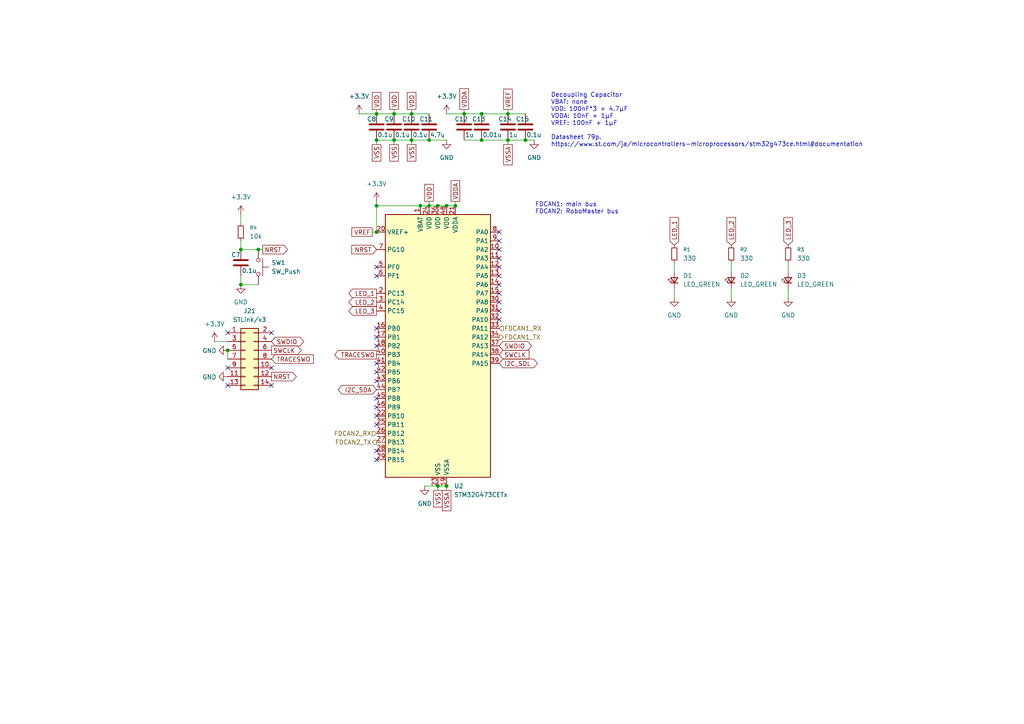
<source format=kicad_sch>
(kicad_sch (version 20250114) (generator "eeschema") (generator_version "9.0")
  (paper "A4")
  (lib_symbols
    (symbol "Connector_Generic:Conn_02x07_Odd_Even" (pin_names (offset 1.016) (hide yes))
      (property "Reference" "J" (at 1.27 10.16 0))
      (property "Value" "Conn_02x07_Odd_Even" (at 1.27 -10.16 0))
      (symbol "Conn_02x07_Odd_Even_1_1"
        (rectangle (start -1.27 8.89) (end 3.81 -8.89) (stroke (width 0.254)) (fill (type background)))
        (rectangle (start -1.27 7.747) (end 0 7.493) (stroke (width 0.1524)))
        (rectangle (start -1.27 5.207) (end 0 4.953) (stroke (width 0.1524)))
        (rectangle (start -1.27 2.667) (end 0 2.413) (stroke (width 0.1524)))
        (rectangle (start -1.27 0.127) (end 0 -0.127) (stroke (width 0.1524)))
        (rectangle (start -1.27 -2.413) (end 0 -2.667) (stroke (width 0.1524)))
        (rectangle (start -1.27 -4.953) (end 0 -5.207) (stroke (width 0.1524)))
        (rectangle (start -1.27 -7.493) (end 0 -7.747) (stroke (width 0.1524)))
        (rectangle (start 3.81 7.747) (end 2.54 7.493) (stroke (width 0.1524)))
        (rectangle (start 3.81 5.207) (end 2.54 4.953) (stroke (width 0.1524)))
        (rectangle (start 3.81 2.667) (end 2.54 2.413) (stroke (width 0.1524)))
        (rectangle (start 3.81 0.127) (end 2.54 -0.127) (stroke (width 0.1524)))
        (rectangle (start 3.81 -2.413) (end 2.54 -2.667) (stroke (width 0.1524)))
        (rectangle (start 3.81 -4.953) (end 2.54 -5.207) (stroke (width 0.1524)))
        (rectangle (start 3.81 -7.493) (end 2.54 -7.747) (stroke (width 0.1524)))
        (pin passive line (at -5.08 7.62 0) (length 3.81) (name "Pin_1") (number "1"))
        (pin passive line (at -5.08 5.08 0) (length 3.81) (name "Pin_3") (number "3"))
        (pin passive line (at -5.08 2.54 0) (length 3.81) (name "Pin_5") (number "5"))
        (pin passive line (at -5.08 0 0) (length 3.81) (name "Pin_7") (number "7"))
        (pin passive line (at -5.08 -2.54 0) (length 3.81) (name "Pin_9") (number "9"))
        (pin passive line (at -5.08 -5.08 0) (length 3.81) (name "Pin_11") (number "11"))
        (pin passive line (at -5.08 -7.62 0) (length 3.81) (name "Pin_13") (number "13"))
        (pin passive line (at 7.62 7.62 180) (length 3.81) (name "Pin_2") (number "2"))
        (pin passive line (at 7.62 5.08 180) (length 3.81) (name "Pin_4") (number "4"))
        (pin passive line (at 7.62 2.54 180) (length 3.81) (name "Pin_6") (number "6"))
        (pin passive line (at 7.62 0 180) (length 3.81) (name "Pin_8") (number "8"))
        (pin passive line (at 7.62 -2.54 180) (length 3.81) (name "Pin_10") (number "10"))
        (pin passive line (at 7.62 -5.08 180) (length 3.81) (name "Pin_12") (number "12"))
        (pin passive line (at 7.62 -7.62 180) (length 3.81) (name "Pin_14") (number "14"))
      )
    )
    (symbol "Device:C" (pin_numbers (hide yes)) (pin_names (offset 0.254))
      (property "Reference" "C" (at 0.635 2.54 0))
      (property "Value" "C" (at 0.635 -2.54 0))
      (symbol "C_0_1"
        (polyline (pts (xy -2.032 0.762) (xy 2.032 0.762)) (stroke (width 0.508)))
        (polyline (pts (xy -2.032 -0.762) (xy 2.032 -0.762)) (stroke (width 0.508)))
      )
      (symbol "C_1_1"
        (pin passive line (at 0 3.81 270) (length 2.794) (name "~") (number "1"))
        (pin passive line (at 0 -3.81 90) (length 2.794) (name "~") (number "2"))
      )
    )
    (symbol "Device:LED_Small" (pin_numbers (hide yes)) (pin_names (offset 0.254) (hide yes))
      (property "Reference" "D" (at -1.27 3.175 0))
      (property "Value" "LED_Small" (at -4.445 -2.54 0))
      (symbol "LED_Small_0_1"
        (polyline (pts (xy -0.762 -1.016) (xy -0.762 1.016)) (stroke (width 0.254)))
        (polyline (pts (xy 0 0.762) (xy -0.508 1.27) (xy -0.254 1.27) (xy -0.508 1.27) (xy -0.508 1.016)))
        (polyline (pts (xy 0.508 1.27) (xy 0 1.778) (xy 0.254 1.778) (xy 0 1.778) (xy 0 1.524)))
        (polyline (pts (xy 0.762 -1.016) (xy -0.762 0) (xy 0.762 1.016) (xy 0.762 -1.016)) (stroke (width 0.254)))
        (polyline (pts (xy 1.016 0) (xy -0.762 0)))
      )
      (symbol "LED_Small_1_1"
        (pin passive line (at -2.54 0 0) (length 1.778) (name "K") (number "1"))
        (pin passive line (at 2.54 0 180) (length 1.778) (name "A") (number "2"))
      )
    )
    (symbol "Device:R_Small" (pin_numbers (hide yes)) (pin_names (offset 0.254) (hide yes))
      (property "Reference" "R" (at 0 0 90))
      (property "Value" "R_Small" (at 1.778 0 90))
      (symbol "R_Small_0_1"
        (rectangle (start -0.762 1.778) (end 0.762 -1.778) (stroke (width 0.2032)))
      )
      (symbol "R_Small_1_1"
        (pin passive line (at 0 2.54 270) (length 0.762) (name "~") (number "1"))
        (pin passive line (at 0 -2.54 90) (length 0.762) (name "~") (number "2"))
      )
    )
    (symbol "MCU_ST_STM32G4:STM32G473CETx"
      (property "Reference" "U" (at -15.24 39.37 0))
      (property "Value" "STM32G473CETx" (at 7.62 39.37 0))
      (symbol "STM32G473CETx_0_1"
        (rectangle (start -15.24 -38.1) (end 15.24 38.1) (stroke (width 0.254)) (fill (type background)))
      )
      (symbol "STM32G473CETx_1_1"
        (pin input line (at -17.78 33.02 0) (length 2.54) (name "VREF+") (number "20"))
        (pin bidirectional line (at -17.78 27.94 0) (length 2.54) (name "PG10") (number "7"))
        (pin bidirectional line (at -17.78 22.86 0) (length 2.54) (name "PF0") (number "5"))
        (pin bidirectional line (at -17.78 20.32 0) (length 2.54) (name "PF1") (number "6"))
        (pin bidirectional line (at -17.78 15.24 0) (length 2.54) (name "PC13") (number "2"))
        (pin bidirectional line (at -17.78 12.7 0) (length 2.54) (name "PC14") (number "3"))
        (pin bidirectional line (at -17.78 10.16 0) (length 2.54) (name "PC15") (number "4"))
        (pin bidirectional line (at -17.78 5.08 0) (length 2.54) (name "PB0") (number "16"))
        (pin bidirectional line (at -17.78 2.54 0) (length 2.54) (name "PB1") (number "17"))
        (pin bidirectional line (at -17.78 0 0) (length 2.54) (name "PB2") (number "18"))
        (pin bidirectional line (at -17.78 -2.54 0) (length 2.54) (name "PB3") (number "40"))
        (pin bidirectional line (at -17.78 -5.08 0) (length 2.54) (name "PB4") (number "41"))
        (pin bidirectional line (at -17.78 -7.62 0) (length 2.54) (name "PB5") (number "42"))
        (pin bidirectional line (at -17.78 -10.16 0) (length 2.54) (name "PB6") (number "43"))
        (pin bidirectional line (at -17.78 -12.7 0) (length 2.54) (name "PB7") (number "44"))
        (pin bidirectional line (at -17.78 -15.24 0) (length 2.54) (name "PB8") (number "45"))
        (pin bidirectional line (at -17.78 -17.78 0) (length 2.54) (name "PB9") (number "46"))
        (pin bidirectional line (at -17.78 -20.32 0) (length 2.54) (name "PB10") (number "22"))
        (pin bidirectional line (at -17.78 -22.86 0) (length 2.54) (name "PB11") (number "25"))
        (pin bidirectional line (at -17.78 -25.4 0) (length 2.54) (name "PB12") (number "26"))
        (pin bidirectional line (at -17.78 -27.94 0) (length 2.54) (name "PB13") (number "27"))
        (pin bidirectional line (at -17.78 -30.48 0) (length 2.54) (name "PB14") (number "28"))
        (pin bidirectional line (at -17.78 -33.02 0) (length 2.54) (name "PB15") (number "29"))
        (pin power_in line (at -5.08 40.64 270) (length 2.54) (name "VBAT") (number "1"))
        (pin power_in line (at -2.54 40.64 270) (length 2.54) (name "VDD") (number "24"))
        (pin power_in line (at 0 40.64 270) (length 2.54) (name "VDD") (number "36"))
        (pin power_in line (at 0 -40.64 90) (length 2.54) (name "VSS") (number "23"))
        (pin passive line (at 0 -40.64 90) (length 2.54) (hide yes) (name "VSS") (number "35"))
        (pin passive line (at 0 -40.64 90) (length 2.54) (hide yes) (name "VSS") (number "47"))
        (pin power_in line (at 2.54 40.64 270) (length 2.54) (name "VDD") (number "48"))
        (pin power_in line (at 2.54 -40.64 90) (length 2.54) (name "VSSA") (number "19"))
        (pin power_in line (at 5.08 40.64 270) (length 2.54) (name "VDDA") (number "21"))
        (pin bidirectional line (at 17.78 33.02 180) (length 2.54) (name "PA0") (number "8"))
        (pin bidirectional line (at 17.78 30.48 180) (length 2.54) (name "PA1") (number "9"))
        (pin bidirectional line (at 17.78 27.94 180) (length 2.54) (name "PA2") (number "10"))
        (pin bidirectional line (at 17.78 25.4 180) (length 2.54) (name "PA3") (number "11"))
        (pin bidirectional line (at 17.78 22.86 180) (length 2.54) (name "PA4") (number "12"))
        (pin bidirectional line (at 17.78 20.32 180) (length 2.54) (name "PA5") (number "13"))
        (pin bidirectional line (at 17.78 17.78 180) (length 2.54) (name "PA6") (number "14"))
        (pin bidirectional line (at 17.78 15.24 180) (length 2.54) (name "PA7") (number "15"))
        (pin bidirectional line (at 17.78 12.7 180) (length 2.54) (name "PA8") (number "30"))
        (pin bidirectional line (at 17.78 10.16 180) (length 2.54) (name "PA9") (number "31"))
        (pin bidirectional line (at 17.78 7.62 180) (length 2.54) (name "PA10") (number "32"))
        (pin bidirectional line (at 17.78 5.08 180) (length 2.54) (name "PA11") (number "33"))
        (pin bidirectional line (at 17.78 2.54 180) (length 2.54) (name "PA12") (number "34"))
        (pin bidirectional line (at 17.78 0 180) (length 2.54) (name "PA13") (number "37"))
        (pin bidirectional line (at 17.78 -2.54 180) (length 2.54) (name "PA14") (number "38"))
        (pin bidirectional line (at 17.78 -5.08 180) (length 2.54) (name "PA15") (number "39"))
      )
    )
    (symbol "Switch:SW_Push" (pin_numbers (hide yes)) (pin_names (offset 1.016) (hide yes))
      (property "Reference" "SW" (at 1.27 2.54 0))
      (property "Value" "SW_Push" (at 0 -1.524 0))
      (symbol "SW_Push_0_1"
        (circle (center -2.032 0) (radius 0.508))
        (polyline (pts (xy 0 1.27) (xy 0 3.048)))
        (circle (center 2.032 0) (radius 0.508))
        (polyline (pts (xy 2.54 1.27) (xy -2.54 1.27)))
        (pin passive line (at -5.08 0 0) (length 2.54) (name "1") (number "1"))
        (pin passive line (at 5.08 0 180) (length 2.54) (name "2") (number "2"))
      )
    )
    (symbol "power:+3.3V" (power) (pin_numbers (hide yes)) (pin_names (offset 0) (hide yes))
      (property "Value" "+3.3V" (at 0 3.556 0))
      (symbol "+3.3V_0_1"
        (polyline (pts (xy -0.762 1.27) (xy 0 2.54)))
        (polyline (pts (xy 0 2.54) (xy 0.762 1.27)))
        (polyline (pts (xy 0 0) (xy 0 2.54)))
      )
      (symbol "+3.3V_1_1"
        (pin power_in line (at 0 0 90) (length 0) (name "~") (number "1"))
      )
    )
    (symbol "power:GND" (power) (pin_numbers (hide yes)) (pin_names (offset 0) (hide yes))
      (property "Value" "GND" (at 0 -3.81 0))
      (symbol "GND_0_1"
        (polyline (pts (xy 0 0) (xy 0 -1.27) (xy 1.27 -1.27) (xy 0 -2.54) (xy -1.27 -1.27) (xy 0 -1.27)))
      )
      (symbol "GND_1_1"
        (pin power_in line (at 0 0 270) (length 0) (name "~") (number "1"))
      )
    )
  )
  (text "FDCAN1: main bus\nFDCAN2: RoboMaster bus" (at 155.194 58.674 0) (effects (font (size 1.27 1.27)) (justify left top)))
  (text "Decoupling Capacitor\nVBAT: none\nVDD: 100nF*3 + 4.7μF\nVDDA: 10nF + 1μF\nVREF: 100nF + 1μF\n\nDatasheet 79p.\nhttps://www.st.com/ja/microcontrollers-microprocessors/stm32g473ce.html#documentation" (at 159.766 26.924 0) (effects (font (size 1.27 1.27)) (justify left top)))
  (junction (at 129.54 59.69))
  (junction (at 132.08 59.69))
  (junction (at 147.32 33.02))
  (junction (at 109.22 67.31))
  (junction (at 139.7 33.02))
  (junction (at 69.85 72.39))
  (junction (at 109.22 33.02))
  (junction (at 114.3 40.64))
  (junction (at 74.93 72.39))
  (junction (at 127 140.97))
  (junction (at 147.32 40.64))
  (junction (at 152.4 40.64))
  (junction (at 66.04 101.6))
  (junction (at 124.46 59.69))
  (junction (at 69.85 82.55))
  (junction (at 121.92 59.69))
  (junction (at 119.38 40.64))
  (junction (at 129.54 140.97))
  (junction (at 134.62 33.02))
  (junction (at 119.38 33.02))
  (junction (at 127 59.69))
  (junction (at 139.7 40.64))
  (junction (at 109.22 59.69))
  (junction (at 114.3 33.02))
  (junction (at 109.22 40.64))
  (junction (at 124.46 40.64))
  (no_connect (at 109.22 100.33))
  (no_connect (at 109.22 120.65))
  (no_connect (at 66.04 106.68))
  (no_connect (at 66.04 96.52))
  (no_connect (at 144.78 82.55))
  (no_connect (at 78.74 106.68))
  (no_connect (at 78.74 111.76))
  (no_connect (at 144.78 72.39))
  (no_connect (at 109.22 115.57))
  (no_connect (at 144.78 77.47))
  (no_connect (at 66.04 111.76))
  (no_connect (at 109.22 97.79))
  (no_connect (at 109.22 107.95))
  (no_connect (at 109.22 118.11))
  (no_connect (at 109.22 133.35))
  (no_connect (at 109.22 123.19))
  (no_connect (at 109.22 77.47))
  (no_connect (at 109.22 110.49))
  (no_connect (at 144.78 92.71))
  (no_connect (at 144.78 87.63))
  (no_connect (at 144.78 85.09))
  (no_connect (at 144.78 74.93))
  (no_connect (at 144.78 90.17))
  (no_connect (at 109.22 105.41))
  (no_connect (at 144.78 69.85))
  (no_connect (at 109.22 80.01))
  (no_connect (at 144.78 80.01))
  (no_connect (at 109.22 130.81))
  (no_connect (at 78.74 96.52))
  (no_connect (at 144.78 67.31))
  (no_connect (at 109.22 95.25))
  (wire (pts (xy 147.32 33.02) (xy 152.4 33.02)))
  (wire (pts (xy 123.19 140.97) (xy 127 140.97)))
  (wire (pts (xy 104.14 33.02) (xy 109.22 33.02)))
  (wire (pts (xy 127 140.97) (xy 129.54 140.97)))
  (wire (pts (xy 109.22 33.02) (xy 114.3 33.02)))
  (wire (pts (xy 66.04 101.6) (xy 66.04 104.14)))
  (wire (pts (xy 127 140.97) (xy 127 142.24)))
  (wire (pts (xy 228.6 76.2) (xy 228.6 78.74)))
  (wire (pts (xy 147.32 31.75) (xy 147.32 33.02)))
  (wire (pts (xy 109.22 40.64) (xy 114.3 40.64)))
  (wire (pts (xy 119.38 40.64) (xy 124.46 40.64)))
  (wire (pts (xy 69.85 62.23) (xy 69.85 64.77)))
  (wire (pts (xy 114.3 33.02) (xy 119.38 33.02)))
  (wire (pts (xy 132.08 58.42) (xy 132.08 59.69)))
  (wire (pts (xy 69.85 82.55) (xy 74.93 82.55)))
  (wire (pts (xy 69.85 80.01) (xy 69.85 82.55)))
  (wire (pts (xy 121.92 59.69) (xy 124.46 59.69)))
  (wire (pts (xy 195.58 83.82) (xy 195.58 86.36)))
  (wire (pts (xy 127 59.69) (xy 129.54 59.69)))
  (wire (pts (xy 134.62 33.02) (xy 139.7 33.02)))
  (wire (pts (xy 212.09 83.82) (xy 212.09 86.36)))
  (wire (pts (xy 119.38 31.75) (xy 119.38 33.02)))
  (wire (pts (xy 152.4 40.64) (xy 154.94 40.64)))
  (wire (pts (xy 124.46 59.69) (xy 127 59.69)))
  (wire (pts (xy 212.09 76.2) (xy 212.09 78.74)))
  (wire (pts (xy 147.32 40.64) (xy 152.4 40.64)))
  (wire (pts (xy 69.85 69.85) (xy 69.85 72.39)))
  (wire (pts (xy 147.32 40.64) (xy 147.32 41.91)))
  (wire (pts (xy 109.22 31.75) (xy 109.22 33.02)))
  (wire (pts (xy 129.54 40.64) (xy 124.46 40.64)))
  (wire (pts (xy 129.54 140.97) (xy 129.54 142.24)))
  (wire (pts (xy 129.54 59.69) (xy 132.08 59.69)))
  (wire (pts (xy 228.6 83.82) (xy 228.6 86.36)))
  (wire (pts (xy 109.22 58.42) (xy 109.22 59.69)))
  (wire (pts (xy 114.3 40.64) (xy 114.3 41.91)))
  (wire (pts (xy 134.62 33.02) (xy 134.62 31.75)))
  (wire (pts (xy 62.23 99.06) (xy 66.04 99.06)))
  (wire (pts (xy 69.85 72.39) (xy 74.93 72.39)))
  (wire (pts (xy 124.46 58.42) (xy 124.46 59.69)))
  (wire (pts (xy 139.7 33.02) (xy 147.32 33.02)))
  (wire (pts (xy 114.3 31.75) (xy 114.3 33.02)))
  (wire (pts (xy 121.92 59.69) (xy 109.22 59.69)))
  (wire (pts (xy 74.93 72.39) (xy 76.2 72.39)))
  (wire (pts (xy 119.38 40.64) (xy 119.38 41.91)))
  (wire (pts (xy 134.62 40.64) (xy 139.7 40.64)))
  (wire (pts (xy 119.38 33.02) (xy 124.46 33.02)))
  (wire (pts (xy 195.58 76.2) (xy 195.58 78.74)))
  (wire (pts (xy 109.22 40.64) (xy 109.22 41.91)))
  (wire (pts (xy 139.7 40.64) (xy 147.32 40.64)))
  (wire (pts (xy 129.54 33.02) (xy 134.62 33.02)))
  (wire (pts (xy 109.22 59.69) (xy 109.22 67.31)))
  (wire (pts (xy 114.3 40.64) (xy 119.38 40.64)))
  (wire (pts (xy 107.95 67.31) (xy 109.22 67.31)))
  (global_label "VREF" (shape passive) (at 147.32 31.75 90) (property "Intersheetrefs" "${INTERSHEET_REFS}" (effects (hide yes))))
  (global_label "NRST" (shape output) (at 76.2 72.39 0) (property "Intersheetrefs" "${INTERSHEET_REFS}" (effects (hide yes))))
  (global_label "LED_1" (shape input) (at 195.58 71.12 90) (property "Intersheetrefs" "${INTERSHEET_REFS}" (effects (hide yes))))
  (global_label "VSS" (shape passive) (at 127 142.24 270) (property "Intersheetrefs" "${INTERSHEET_REFS}" (effects (hide yes))))
  (global_label "VREF" (shape passive) (at 107.95 67.31 180) (property "Intersheetrefs" "${INTERSHEET_REFS}" (effects (hide yes))))
  (global_label "VDD" (shape passive) (at 109.22 31.75 90) (property "Intersheetrefs" "${INTERSHEET_REFS}" (effects (hide yes))))
  (global_label "SWDIO" (shape bidirectional) (at 144.78 100.33 0) (property "Intersheetrefs" "${INTERSHEET_REFS}" (effects (hide yes))))
  (global_label "VDD" (shape passive) (at 114.3 31.75 90) (property "Intersheetrefs" "${INTERSHEET_REFS}" (effects (hide yes))))
  (global_label "LED_2" (shape input) (at 212.09 71.12 90) (property "Intersheetrefs" "${INTERSHEET_REFS}" (effects (hide yes))))
  (global_label "VDDA" (shape passive) (at 132.08 58.42 90) (property "Intersheetrefs" "${INTERSHEET_REFS}" (effects (hide yes))))
  (global_label "VSSA" (shape passive) (at 147.32 41.91 270) (property "Intersheetrefs" "${INTERSHEET_REFS}" (effects (hide yes))))
  (global_label "SWCLK" (shape input) (at 144.78 102.87 0) (property "Intersheetrefs" "${INTERSHEET_REFS}" (effects (hide yes))))
  (global_label "TRACESWO" (shape input) (at 78.74 104.14 0) (property "Intersheetrefs" "${INTERSHEET_REFS}" (effects (hide yes))))
  (global_label "NRST" (shape output) (at 78.74 109.22 0) (property "Intersheetrefs" "${INTERSHEET_REFS}" (effects (hide yes))))
  (global_label "TRACESWO" (shape output) (at 109.22 102.87 180) (property "Intersheetrefs" "${INTERSHEET_REFS}" (effects (hide yes))))
  (global_label "LED_3" (shape input) (at 228.6 71.12 90) (property "Intersheetrefs" "${INTERSHEET_REFS}" (effects (hide yes))))
  (global_label "VSS" (shape passive) (at 119.38 41.91 270) (property "Intersheetrefs" "${INTERSHEET_REFS}" (effects (hide yes))))
  (global_label "I2C_SDA" (shape bidirectional) (at 109.22 113.03 180) (property "Intersheetrefs" "${INTERSHEET_REFS}" (effects (hide yes))))
  (global_label "VDD" (shape passive) (at 124.46 58.42 90) (property "Intersheetrefs" "${INTERSHEET_REFS}" (effects (hide yes))))
  (global_label "LED_1" (shape output) (at 109.22 85.09 180) (property "Intersheetrefs" "${INTERSHEET_REFS}" (effects (hide yes))))
  (global_label "VSSA" (shape passive) (at 129.54 142.24 270) (property "Intersheetrefs" "${INTERSHEET_REFS}" (effects (hide yes))))
  (global_label "VDDA" (shape passive) (at 134.62 31.75 90) (property "Intersheetrefs" "${INTERSHEET_REFS}" (effects (hide yes))))
  (global_label "NRST" (shape input) (at 109.22 72.39 180) (property "Intersheetrefs" "${INTERSHEET_REFS}" (effects (hide yes))))
  (global_label "VSS" (shape passive) (at 109.22 41.91 270) (property "Intersheetrefs" "${INTERSHEET_REFS}" (effects (hide yes))))
  (global_label "VDD" (shape passive) (at 119.38 31.75 90) (property "Intersheetrefs" "${INTERSHEET_REFS}" (effects (hide yes))))
  (global_label "LED_3" (shape output) (at 109.22 90.17 180) (property "Intersheetrefs" "${INTERSHEET_REFS}" (effects (hide yes))))
  (global_label "LED_2" (shape output) (at 109.22 87.63 180) (property "Intersheetrefs" "${INTERSHEET_REFS}" (effects (hide yes))))
  (global_label "I2C_SDL" (shape bidirectional) (at 144.78 105.41 0) (property "Intersheetrefs" "${INTERSHEET_REFS}" (effects (hide yes))))
  (global_label "SWCLK" (shape output) (at 78.74 101.6 0) (property "Intersheetrefs" "${INTERSHEET_REFS}" (effects (hide yes))))
  (global_label "SWDIO" (shape bidirectional) (at 78.74 99.06 0) (property "Intersheetrefs" "${INTERSHEET_REFS}" (effects (hide yes))))
  (global_label "VSS" (shape passive) (at 114.3 41.91 270) (property "Intersheetrefs" "${INTERSHEET_REFS}" (effects (hide yes))))
  (hierarchical_label "FDCAN2_TX" (shape output) (at 109.22 128.27 180))
  (hierarchical_label "FDCAN1_TX" (shape output) (at 144.78 97.79 0))
  (hierarchical_label "FDCAN2_RX" (shape input) (at 109.22 125.73 180))
  (hierarchical_label "FDCAN1_RX" (shape input) (at 144.78 95.25 0))
  (symbol (lib_id "power:GND") (at 66.04 101.6 270) (unit 1)
    (property "Reference" "#PWR026" (effects (hide yes)))
    (property "Value" "GND" (at 62.7888 101.727 90) (effects (justify right)))
  )
  (symbol (lib_id "power:GND") (at 228.6 86.36 0) (unit 1)
    (property "Reference" "#PWR037" (effects (hide yes)))
    (property "Value" "GND" (at 228.6 91.44 0))
    (property "Description" "Power symbol creates a global label with name \"GND\" , ground" (effects (hide yes)))
  )
  (symbol (lib_id "Device:C") (at 139.7 36.83 0) (unit 1)
    (property "Reference" "C13" (at 136.906 34.544 0) (effects (justify left)))
    (property "Value" "0.01u" (at 139.954 39.116 0) (effects (justify left)))
    (property "Footprint" "Capacitor_SMD:C_0603_1608Metric" (effects (hide yes)))
    (property "Description" "Unpolarized capacitor" (effects (hide yes)))
  )
  (symbol (lib_id "Switch:SW_Push") (at 74.93 77.47 270) (unit 1)
    (property "Reference" "SW1" (at 78.74 76.1999 90) (effects (justify left)))
    (property "Value" "SW_Push" (at 78.74 78.7399 90) (effects (justify left)))
    (property "Footprint" "d_robo_lib:TVAF06-A020B-R" (effects (hide yes)))
    (property "Description" "Push button switch, generic, two pins" (effects (hide yes)))
  )
  (symbol (lib_id "power:GND") (at 195.58 86.36 0) (unit 1)
    (property "Reference" "#PWR035" (effects (hide yes)))
    (property "Value" "GND" (at 195.58 91.44 0))
    (property "Description" "Power symbol creates a global label with name \"GND\" , ground" (effects (hide yes)))
  )
  (symbol (lib_id "Device:R_Small") (at 195.58 73.66 0) (unit 1)
    (property "Reference" "R1" (at 198.12 72.3899 0) (effects (font (size 1.016 1.016)) (justify left)))
    (property "Value" "330" (at 198.12 74.9299 0) (effects (justify left)))
    (property "Footprint" "Resistor_SMD:R_0603_1608Metric_Pad0.98x0.95mm_HandSolder" (effects (hide yes)))
    (property "Description" "Resistor, small symbol" (effects (hide yes)))
  )
  (symbol (lib_id "power:GND") (at 129.54 40.64 0) (unit 1)
    (property "Reference" "#PWR033" (effects (hide yes)))
    (property "Value" "GND" (at 129.54 45.72 0))
    (property "Description" "Power symbol creates a global label with name \"GND\" , ground" (effects (hide yes)))
  )
  (symbol (lib_id "Device:C") (at 124.46 36.83 0) (unit 1)
    (property "Reference" "C11" (at 121.666 34.544 0) (effects (justify left)))
    (property "Value" "4.7u" (at 124.714 39.116 0) (effects (justify left)))
    (property "Footprint" "Capacitor_SMD:C_0603_1608Metric" (effects (hide yes)))
    (property "Description" "Unpolarized capacitor" (effects (hide yes)))
  )
  (symbol (lib_id "power:+3.3V") (at 104.14 33.02 0) (unit 1)
    (property "Reference" "#PWR029" (effects (hide yes)))
    (property "Value" "+3.3V" (at 104.14 27.94 0))
    (property "Description" "Power symbol creates a global label with name \"+3.3V\"" (effects (hide yes)))
  )
  (symbol (lib_id "power:+3.3V") (at 69.85 62.23 0) (unit 1)
    (property "Reference" "#PWR038" (effects (hide yes)))
    (property "Value" "+3.3V" (at 69.85 57.15 0))
    (property "Description" "Power symbol creates a global label with name \"+3.3V\"" (effects (hide yes)))
  )
  (symbol (lib_id "Device:LED_Small") (at 228.6 81.28 90) (unit 1)
    (property "Reference" "D3" (at 231.14 79.9464 90) (effects (justify right)))
    (property "Value" "LED_GREEN" (at 231.14 82.4864 90) (effects (justify right)))
    (property "Footprint" "LED_SMD:LED_0603_1608Metric_Pad1.05x0.95mm_HandSolder" (effects (hide yes)))
    (property "Description" "Light emitting diode, small symbol" (effects (hide yes)))
    (property "Sim.Pin" "1=K 2=A" (effects (hide yes)))
  )
  (symbol (lib_id "MCU_ST_STM32G4:STM32G473CETx") (at 127 100.33 0) (unit 1)
    (property "Reference" "U2" (at 131.6833 140.97 0) (effects (justify left)))
    (property "Value" "STM32G473CETx" (at 131.6833 143.51 0) (effects (justify left)))
    (property "Footprint" "Package_QFP:LQFP-48_7x7mm_P0.5mm" (effects (hide yes)))
    (property "Datasheet" "https://www.st.com/resource/en/datasheet/stm32g473ce.pdf" (effects (hide yes)))
    (property "Description" "STMicroelectronics Arm Cortex-M4 MCU, 512KB flash, 128KB RAM, 170 MHz, 1.71-3.6V, 38 GPIO, LQFP48" (effects (hide yes)))
  )
  (symbol (lib_id "Connector_Generic:Conn_02x07_Odd_Even") (at 71.12 104.14 0) (unit 1)
    (property "Reference" "J21" (at 72.39 90.17 0))
    (property "Value" "STLink/v3" (at 72.39 92.71 0))
    (property "Footprint" "footprints:CONN14_3220-14_CNC" (effects (hide yes)))
    (property "Description" "Generic connector, double row, 02x07, odd/even pin numbering scheme (row 1 odd numbers, row 2 even numbers), script generated (kicad-library-utils/schlib/autogen/connector/)" (effects (hide yes)))
  )
  (symbol (lib_id "Device:R_Small") (at 69.85 67.31 0) (unit 1)
    (property "Reference" "R4" (at 72.39 66.0399 0) (effects (font (size 1.016 1.016)) (justify left)))
    (property "Value" "10k" (at 72.39 68.5799 0) (effects (justify left)))
    (property "Footprint" "Resistor_SMD:R_0603_1608Metric_Pad0.98x0.95mm_HandSolder" (effects (hide yes)))
    (property "Description" "Resistor, small symbol" (effects (hide yes)))
  )
  (symbol (lib_id "Device:C") (at 147.32 36.83 0) (unit 1)
    (property "Reference" "C14" (at 144.526 34.544 0) (effects (justify left)))
    (property "Value" "1u" (at 147.574 39.116 0) (effects (justify left)))
    (property "Footprint" "Capacitor_SMD:C_0603_1608Metric" (effects (hide yes)))
    (property "Description" "Unpolarized capacitor" (effects (hide yes)))
  )
  (symbol (lib_id "Device:R_Small") (at 228.6 73.66 0) (unit 1)
    (property "Reference" "R3" (at 231.14 72.3899 0) (effects (font (size 1.016 1.016)) (justify left)))
    (property "Value" "330" (at 231.14 74.9299 0) (effects (justify left)))
    (property "Footprint" "Resistor_SMD:R_0603_1608Metric_Pad0.98x0.95mm_HandSolder" (effects (hide yes)))
    (property "Description" "Resistor, small symbol" (effects (hide yes)))
  )
  (symbol (lib_id "Device:C") (at 119.38 36.83 0) (unit 1)
    (property "Reference" "C10" (at 116.586 34.544 0) (effects (justify left)))
    (property "Value" "0.1u" (at 119.634 39.116 0) (effects (justify left)))
    (property "Footprint" "Capacitor_SMD:C_0603_1608Metric" (effects (hide yes)))
    (property "Description" "Unpolarized capacitor" (effects (hide yes)))
  )
  (symbol (lib_id "Device:C") (at 114.3 36.83 0) (unit 1)
    (property "Reference" "C9" (at 111.506 34.544 0) (effects (justify left)))
    (property "Value" "0.1u" (at 114.554 39.116 0) (effects (justify left)))
    (property "Footprint" "Capacitor_SMD:C_0603_1608Metric" (effects (hide yes)))
    (property "Description" "Unpolarized capacitor" (effects (hide yes)))
  )
  (symbol (lib_id "Device:R_Small") (at 212.09 73.66 0) (unit 1)
    (property "Reference" "R2" (at 214.63 72.3899 0) (effects (font (size 1.016 1.016)) (justify left)))
    (property "Value" "330" (at 214.63 74.9299 0) (effects (justify left)))
    (property "Footprint" "Resistor_SMD:R_0603_1608Metric_Pad0.98x0.95mm_HandSolder" (effects (hide yes)))
    (property "Description" "Resistor, small symbol" (effects (hide yes)))
  )
  (symbol (lib_id "Device:LED_Small") (at 212.09 81.28 90) (unit 1)
    (property "Reference" "D2" (at 214.63 79.9464 90) (effects (justify right)))
    (property "Value" "LED_GREEN" (at 214.63 82.4864 90) (effects (justify right)))
    (property "Footprint" "LED_SMD:LED_0603_1608Metric_Pad1.05x0.95mm_HandSolder" (effects (hide yes)))
    (property "Description" "Light emitting diode, small symbol" (effects (hide yes)))
    (property "Sim.Pin" "1=K 2=A" (effects (hide yes)))
  )
  (symbol (lib_id "power:GND") (at 212.09 86.36 0) (unit 1)
    (property "Reference" "#PWR036" (effects (hide yes)))
    (property "Value" "GND" (at 212.09 91.44 0))
    (property "Description" "Power symbol creates a global label with name \"GND\" , ground" (effects (hide yes)))
  )
  (symbol (lib_id "Device:C") (at 109.22 36.83 0) (unit 1)
    (property "Reference" "C8" (at 106.426 34.544 0) (effects (justify left)))
    (property "Value" "0.1u" (at 109.474 39.116 0) (effects (justify left)))
    (property "Footprint" "Capacitor_SMD:C_0603_1608Metric" (effects (hide yes)))
    (property "Description" "Unpolarized capacitor" (effects (hide yes)))
  )
  (symbol (lib_id "power:GND") (at 66.04 109.22 270) (unit 1)
    (property "Reference" "#PWR027" (effects (hide yes)))
    (property "Value" "GND" (at 62.7888 109.347 90) (effects (justify right)))
  )
  (symbol (lib_id "power:+3.3V") (at 109.22 58.42 0) (unit 1)
    (property "Reference" "#PWR030" (effects (hide yes)))
    (property "Value" "+3.3V" (at 109.22 53.34 0))
    (property "Description" "Power symbol creates a global label with name \"+3.3V\"" (effects (hide yes)))
  )
  (symbol (lib_id "Device:C") (at 152.4 36.83 0) (unit 1)
    (property "Reference" "C15" (at 149.606 34.544 0) (effects (justify left)))
    (property "Value" "0.1u" (at 152.654 39.116 0) (effects (justify left)))
    (property "Footprint" "Capacitor_SMD:C_0603_1608Metric" (effects (hide yes)))
    (property "Description" "Unpolarized capacitor" (effects (hide yes)))
  )
  (symbol (lib_id "power:GND") (at 123.19 140.97 0) (unit 1)
    (property "Reference" "#PWR031" (effects (hide yes)))
    (property "Value" "GND" (at 123.19 146.05 0))
    (property "Description" "Power symbol creates a global label with name \"GND\" , ground" (effects (hide yes)))
  )
  (symbol (lib_id "power:GND") (at 69.85 82.55 0) (unit 1)
    (property "Reference" "#PWR028" (effects (hide yes)))
    (property "Value" "GND" (at 69.85 87.63 0))
    (property "Description" "Power symbol creates a global label with name \"GND\" , ground" (effects (hide yes)))
  )
  (symbol (lib_id "power:+3.3V") (at 62.23 99.06 0) (unit 1)
    (property "Reference" "#PWR025" (effects (hide yes)))
    (property "Value" "+3.3V" (at 62.23 93.98 0))
    (property "Description" "Power symbol creates a global label with name \"+3.3V\"" (effects (hide yes)))
  )
  (symbol (lib_id "power:GND") (at 154.94 40.64 0) (unit 1)
    (property "Reference" "#PWR034" (effects (hide yes)))
    (property "Value" "GND" (at 154.94 45.72 0))
    (property "Description" "Power symbol creates a global label with name \"GND\" , ground" (effects (hide yes)))
  )
  (symbol (lib_id "Device:C") (at 69.85 76.2 0) (unit 1)
    (property "Reference" "C7" (at 67.056 73.914 0) (effects (justify left)))
    (property "Value" "0.1u" (at 70.104 78.486 0) (effects (justify left)))
    (property "Footprint" "Capacitor_SMD:C_0603_1608Metric" (effects (hide yes)))
    (property "Description" "Unpolarized capacitor" (effects (hide yes)))
  )
  (symbol (lib_id "Device:LED_Small") (at 195.58 81.28 90) (unit 1)
    (property "Reference" "D1" (at 198.12 79.9464 90) (effects (justify right)))
    (property "Value" "LED_GREEN" (at 198.12 82.4864 90) (effects (justify right)))
    (property "Footprint" "LED_SMD:LED_0603_1608Metric_Pad1.05x0.95mm_HandSolder" (effects (hide yes)))
    (property "Description" "Light emitting diode, small symbol" (effects (hide yes)))
    (property "Sim.Pin" "1=K 2=A" (effects (hide yes)))
  )
  (symbol (lib_id "power:+3.3V") (at 129.54 33.02 0) (unit 1)
    (property "Reference" "#PWR032" (effects (hide yes)))
    (property "Value" "+3.3V" (at 129.54 27.94 0))
    (property "Description" "Power symbol creates a global label with name \"+3.3V\"" (effects (hide yes)))
  )
  (symbol (lib_id "Device:C") (at 134.62 36.83 0) (unit 1)
    (property "Reference" "C12" (at 131.826 34.544 0) (effects (justify left)))
    (property "Value" "1u" (at 134.874 39.116 0) (effects (justify left)))
    (property "Footprint" "Capacitor_SMD:C_0603_1608Metric" (effects (hide yes)))
    (property "Description" "Unpolarized capacitor" (effects (hide yes)))
  )
)
</source>
